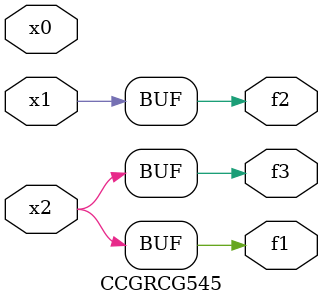
<source format=v>
module CCGRCG545(
	input x0, x1, x2,
	output f1, f2, f3
);
	assign f1 = x2;
	assign f2 = x1;
	assign f3 = x2;
endmodule

</source>
